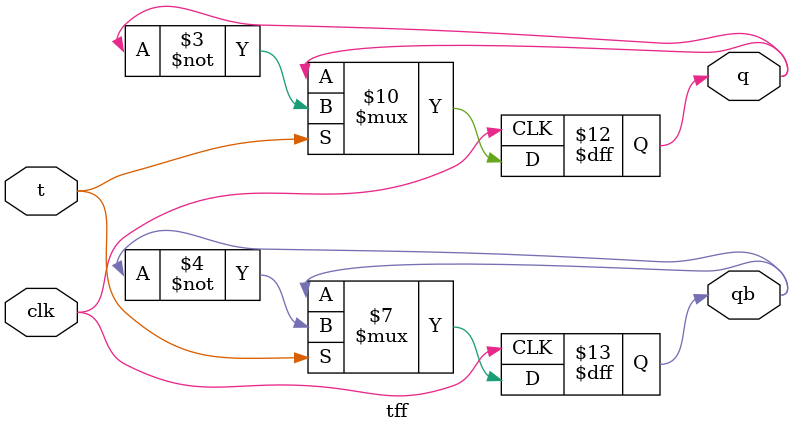
<source format=v>
module tff(clk,t,q,qb);
output q,qb;
input clk,t;
reg q,qb;
initial
  begin
    q=1'b1;
    qb=1'b0;
  end

always@ (posedge clk)
  begin
    if(clk)
      begin
        if(t==1'b0)
          begin
            q=q;
            qb=qb;
          end
        else
        begin
          q=~q;
          qb=~qb;
        end
      end
    end
  endmodule

</source>
